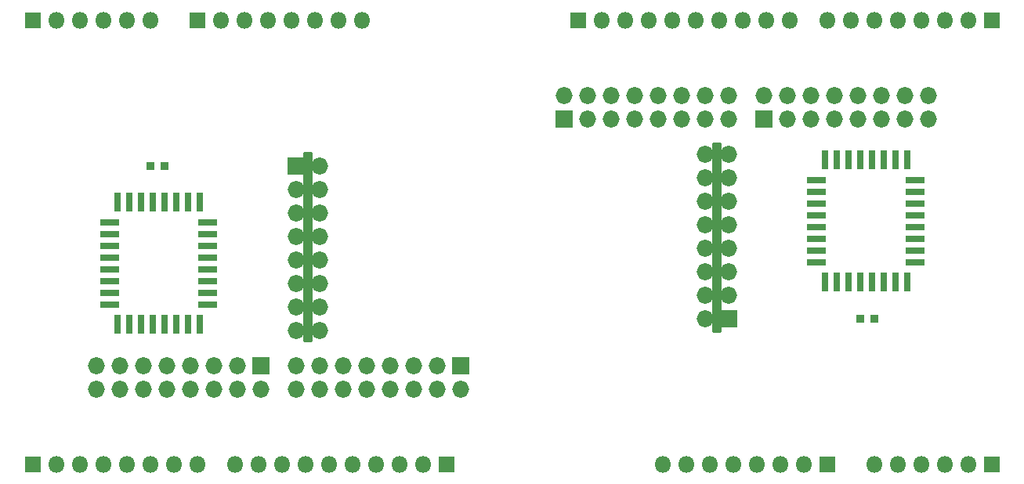
<source format=gts>
G04 #@! TF.FileFunction,Soldermask,Top*
%FSLAX46Y46*%
G04 Gerber Fmt 4.6, Leading zero omitted, Abs format (unit mm)*
G04 Created by KiCad (PCBNEW 4.0.5+dfsg1-4) date Tue Oct 16 22:11:46 2018*
%MOMM*%
%LPD*%
G01*
G04 APERTURE LIST*
%ADD10C,0.100000*%
%ADD11R,0.901600X0.851600*%
%ADD12R,1.801600X1.801600*%
%ADD13O,1.801600X1.801600*%
%ADD14R,1.828800X1.828800*%
%ADD15O,1.828800X1.828800*%
%ADD16R,0.801600X2.026600*%
%ADD17R,2.026600X0.801600*%
%ADD18C,0.254000*%
G04 APERTURE END LIST*
D10*
D11*
X86880000Y-90170000D03*
X88380000Y-90170000D03*
D12*
X74168000Y-74422000D03*
D13*
X76708000Y-74422000D03*
X79248000Y-74422000D03*
X81788000Y-74422000D03*
X84328000Y-74422000D03*
X86868000Y-74422000D03*
D12*
X91948000Y-74422000D03*
D13*
X94488000Y-74422000D03*
X97028000Y-74422000D03*
X99568000Y-74422000D03*
X102108000Y-74422000D03*
X104648000Y-74422000D03*
X107188000Y-74422000D03*
X109728000Y-74422000D03*
D14*
X120396000Y-111760000D03*
D15*
X120396000Y-114300000D03*
X117856000Y-111760000D03*
X117856000Y-114300000D03*
X115316000Y-111760000D03*
X115316000Y-114300000D03*
X112776000Y-111760000D03*
X112776000Y-114300000D03*
X110236000Y-111760000D03*
X110236000Y-114300000D03*
X107696000Y-111760000D03*
X107696000Y-114300000D03*
X105156000Y-111760000D03*
X105156000Y-114300000D03*
X102616000Y-111760000D03*
X102616000Y-114300000D03*
D12*
X118872000Y-122428000D03*
D13*
X116332000Y-122428000D03*
X113792000Y-122428000D03*
X111252000Y-122428000D03*
X108712000Y-122428000D03*
X106172000Y-122428000D03*
X103632000Y-122428000D03*
X101092000Y-122428000D03*
X98552000Y-122428000D03*
X96012000Y-122428000D03*
D14*
X98806000Y-111760000D03*
D15*
X98806000Y-114300000D03*
X96266000Y-111760000D03*
X96266000Y-114300000D03*
X93726000Y-111760000D03*
X93726000Y-114300000D03*
X91186000Y-111760000D03*
X91186000Y-114300000D03*
X88646000Y-111760000D03*
X88646000Y-114300000D03*
X86106000Y-111760000D03*
X86106000Y-114300000D03*
X83566000Y-111760000D03*
X83566000Y-114300000D03*
X81026000Y-111760000D03*
X81026000Y-114300000D03*
D14*
X102616000Y-90170000D03*
D15*
X105156000Y-90170000D03*
X102616000Y-92710000D03*
X105156000Y-92710000D03*
X102616000Y-95250000D03*
X105156000Y-95250000D03*
X102616000Y-97790000D03*
X105156000Y-97790000D03*
X102616000Y-100330000D03*
X105156000Y-100330000D03*
X102616000Y-102870000D03*
X105156000Y-102870000D03*
X102616000Y-105410000D03*
X105156000Y-105410000D03*
X102616000Y-107950000D03*
X105156000Y-107950000D03*
D16*
X87133500Y-94118500D03*
X85863500Y-94118500D03*
X84593500Y-94118500D03*
X83323500Y-94118500D03*
X88403500Y-94118500D03*
X89673500Y-94118500D03*
X90943500Y-94118500D03*
X92213500Y-94118500D03*
D17*
X82446000Y-96266000D03*
X82446000Y-97536000D03*
X82446000Y-98806000D03*
X82446000Y-100076000D03*
X82446000Y-101346000D03*
X82446000Y-102616000D03*
X82446000Y-103886000D03*
X82446000Y-105156000D03*
D16*
X83323500Y-107303500D03*
X84593500Y-107303500D03*
X85863500Y-107303500D03*
X87133500Y-107303500D03*
X88403500Y-107303500D03*
X89673500Y-107303500D03*
X90943500Y-107303500D03*
X92213500Y-107303500D03*
D17*
X93091000Y-105156000D03*
X93091000Y-103886000D03*
X93091000Y-102616000D03*
X93091000Y-101346000D03*
X93091000Y-100076000D03*
X93091000Y-98806000D03*
X93091000Y-97536000D03*
X93091000Y-96266000D03*
D12*
X74168000Y-122428000D03*
D13*
X76708000Y-122428000D03*
X79248000Y-122428000D03*
X81788000Y-122428000D03*
X84328000Y-122428000D03*
X86868000Y-122428000D03*
X89408000Y-122428000D03*
X91948000Y-122428000D03*
D14*
X153162000Y-85090000D03*
D15*
X153162000Y-82550000D03*
X155702000Y-85090000D03*
X155702000Y-82550000D03*
X158242000Y-85090000D03*
X158242000Y-82550000D03*
X160782000Y-85090000D03*
X160782000Y-82550000D03*
X163322000Y-85090000D03*
X163322000Y-82550000D03*
X165862000Y-85090000D03*
X165862000Y-82550000D03*
X168402000Y-85090000D03*
X168402000Y-82550000D03*
X170942000Y-85090000D03*
X170942000Y-82550000D03*
D12*
X177800000Y-122428000D03*
D13*
X175260000Y-122428000D03*
X172720000Y-122428000D03*
X170180000Y-122428000D03*
X167640000Y-122428000D03*
X165100000Y-122428000D03*
D12*
X177800000Y-74422000D03*
D13*
X175260000Y-74422000D03*
X172720000Y-74422000D03*
X170180000Y-74422000D03*
X167640000Y-74422000D03*
X165100000Y-74422000D03*
X162560000Y-74422000D03*
X160020000Y-74422000D03*
D12*
X160020000Y-122428000D03*
D13*
X157480000Y-122428000D03*
X154940000Y-122428000D03*
X152400000Y-122428000D03*
X149860000Y-122428000D03*
X147320000Y-122428000D03*
X144780000Y-122428000D03*
X142240000Y-122428000D03*
D12*
X133096000Y-74422000D03*
D13*
X135636000Y-74422000D03*
X138176000Y-74422000D03*
X140716000Y-74422000D03*
X143256000Y-74422000D03*
X145796000Y-74422000D03*
X148336000Y-74422000D03*
X150876000Y-74422000D03*
X153416000Y-74422000D03*
X155956000Y-74422000D03*
D16*
X164834500Y-102731500D03*
X166104500Y-102731500D03*
X167374500Y-102731500D03*
X168644500Y-102731500D03*
X163564500Y-102731500D03*
X162294500Y-102731500D03*
X161024500Y-102731500D03*
X159754500Y-102731500D03*
D17*
X169522000Y-100584000D03*
X169522000Y-99314000D03*
X169522000Y-98044000D03*
X169522000Y-96774000D03*
X169522000Y-95504000D03*
X169522000Y-94234000D03*
X169522000Y-92964000D03*
X169522000Y-91694000D03*
D16*
X168644500Y-89546500D03*
X167374500Y-89546500D03*
X166104500Y-89546500D03*
X164834500Y-89546500D03*
X163564500Y-89546500D03*
X162294500Y-89546500D03*
X161024500Y-89546500D03*
X159754500Y-89546500D03*
D17*
X158877000Y-91694000D03*
X158877000Y-92964000D03*
X158877000Y-94234000D03*
X158877000Y-95504000D03*
X158877000Y-96774000D03*
X158877000Y-98044000D03*
X158877000Y-99314000D03*
X158877000Y-100584000D03*
D11*
X165088000Y-106680000D03*
X163588000Y-106680000D03*
D14*
X149352000Y-106680000D03*
D15*
X146812000Y-106680000D03*
X149352000Y-104140000D03*
X146812000Y-104140000D03*
X149352000Y-101600000D03*
X146812000Y-101600000D03*
X149352000Y-99060000D03*
X146812000Y-99060000D03*
X149352000Y-96520000D03*
X146812000Y-96520000D03*
X149352000Y-93980000D03*
X146812000Y-93980000D03*
X149352000Y-91440000D03*
X146812000Y-91440000D03*
X149352000Y-88900000D03*
X146812000Y-88900000D03*
D14*
X131572000Y-85090000D03*
D15*
X131572000Y-82550000D03*
X134112000Y-85090000D03*
X134112000Y-82550000D03*
X136652000Y-85090000D03*
X136652000Y-82550000D03*
X139192000Y-85090000D03*
X139192000Y-82550000D03*
X141732000Y-85090000D03*
X141732000Y-82550000D03*
X144272000Y-85090000D03*
X144272000Y-82550000D03*
X146812000Y-85090000D03*
X146812000Y-82550000D03*
X149352000Y-85090000D03*
X149352000Y-82550000D03*
D18*
G36*
X148463000Y-108077000D02*
X147701000Y-108077000D01*
X147701000Y-87757000D01*
X148463000Y-87757000D01*
X148463000Y-108077000D01*
X148463000Y-108077000D01*
G37*
X148463000Y-108077000D02*
X147701000Y-108077000D01*
X147701000Y-87757000D01*
X148463000Y-87757000D01*
X148463000Y-108077000D01*
G36*
X103505000Y-88773000D02*
X104267000Y-88773000D01*
X104267000Y-109093000D01*
X103505000Y-109093000D01*
X103505000Y-88773000D01*
X103505000Y-88773000D01*
G37*
X103505000Y-88773000D02*
X104267000Y-88773000D01*
X104267000Y-109093000D01*
X103505000Y-109093000D01*
X103505000Y-88773000D01*
M02*

</source>
